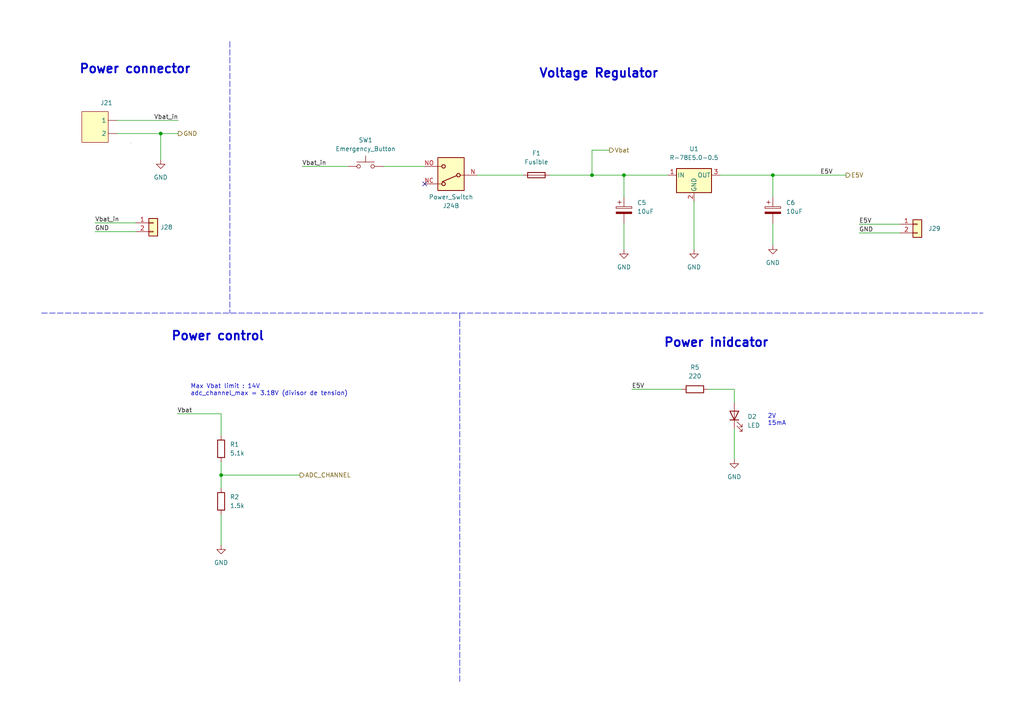
<source format=kicad_sch>
(kicad_sch (version 20211123) (generator eeschema)
  (paper "A4")
  (lib_symbols
    (symbol "Connector:XLR3_Switched" (pin_names hide)
      (property "Reference" "J" (at 0 8.89 0))
      (property "Value" "XLR3_Switched" (at 0 6.35 0))
      (symbol "XLR3_Switched_1_1"
        (circle (center -3.556 0) (radius 1.016))
        (circle (center 0 -3.556) (radius 1.016))
        (polyline (pts (xy -5.08 0) (xy -4.572 0)))
        (polyline (pts (xy 0 -5.08) (xy 0 -4.572)))
        (polyline (pts (xy 5.08 0) (xy 4.572 0)))
        (circle (center 0 0) (radius 5.08) (fill (type background)))
        (circle (center 3.556 0) (radius 1.016))
        (text "1" (at -3.556 1.778 0) (effects (font (size 1.016 1.016) bold)))
        (text "2" (at 3.556 1.778 0) (effects (font (size 1.016 1.016) bold)))
        (text "3" (at 0 -1.778 0) (effects (font (size 1.016 1.016) bold)))
        (pin passive line (at -7.62 0 0) (length 2.54) (name "~") (number "1"))
        (pin passive line (at 7.62 0 180) (length 2.54) (name "~") (number "2"))
        (pin passive line (at 0 -7.62 90) (length 2.54) (name "~") (number "3"))
      )
      (symbol "XLR3_Switched_2_1"
        (rectangle (start -3.81 4.445) (end 3.81 -5.08) (stroke (width 0.254)) (fill (type background)))
        (circle (center -2.159 0) (radius 0.508) (stroke (width 0.254)))
        (polyline (pts (xy -5.08 0) (xy -2.794 0)))
        (polyline (pts (xy -1.651 0.127) (xy 2.54 1.905)) (stroke (width 0.254)))
        (polyline (pts (xy 5.08 -2.54) (xy 2.794 -2.54)))
        (polyline (pts (xy 5.08 2.54) (xy 2.794 2.54)))
        (circle (center 2.159 -2.54) (radius 0.508) (stroke (width 0.254)))
        (circle (center 2.159 2.54) (radius 0.508) (stroke (width 0.254)))
        (pin passive line (at -7.62 0 0) (length 2.54) (name "~") (number "N"))
        (pin passive line (at 7.62 2.54 180) (length 2.54) (name "~") (number "NC"))
        (pin passive line (at 7.62 -2.54 180) (length 2.54) (name "~") (number "NO"))
      )
    )
    (symbol "Connector_Generic:Conn_01x02" (pin_names (offset 1.016) hide)
      (property "Reference" "J" (at 0 2.54 0))
      (property "Value" "Conn_01x02" (at 0 -5.08 0))
      (symbol "Conn_01x02_1_1"
        (rectangle (start -1.27 -2.413) (end 0 -2.667) (stroke (width 0.1524)))
        (rectangle (start -1.27 0.127) (end 0 -0.127) (stroke (width 0.1524)))
        (rectangle (start -1.27 1.27) (end 1.27 -3.81) (stroke (width 0.254)) (fill (type background)))
        (pin passive line (at -5.08 0 0) (length 3.81) (name "Pin_1") (number "1"))
        (pin passive line (at -5.08 -2.54 0) (length 3.81) (name "Pin_2") (number "2"))
      )
    )
    (symbol "Device:C_Polarized" (pin_numbers hide) (pin_names (offset 0.254))
      (property "Reference" "C" (at 0.635 2.54 0))
      (property "Value" "C_Polarized" (at 0.635 -2.54 0))
      (symbol "C_Polarized_0_1"
        (rectangle (start -2.286 0.508) (end 2.286 1.016))
        (polyline (pts (xy -1.778 2.286) (xy -0.762 2.286)))
        (polyline (pts (xy -1.27 2.794) (xy -1.27 1.778)))
        (rectangle (start 2.286 -0.508) (end -2.286 -1.016) (fill (type outline)))
      )
      (symbol "C_Polarized_1_1"
        (pin passive line (at 0 3.81 270) (length 2.794) (name "~") (number "1"))
        (pin passive line (at 0 -3.81 90) (length 2.794) (name "~") (number "2"))
      )
    )
    (symbol "Device:Fuse" (pin_numbers hide) (pin_names (offset 0))
      (property "Reference" "F" (at 2.032 0 90))
      (property "Value" "Fuse" (at -1.905 0 90))
      (symbol "Fuse_0_1"
        (rectangle (start -0.762 -2.54) (end 0.762 2.54) (stroke (width 0.254)))
        (polyline (pts (xy 0 2.54) (xy 0 -2.54)))
      )
      (symbol "Fuse_1_1"
        (pin passive line (at 0 3.81 270) (length 1.27) (name "~") (number "1"))
        (pin passive line (at 0 -3.81 90) (length 1.27) (name "~") (number "2"))
      )
    )
    (symbol "Device:LED" (pin_numbers hide) (pin_names (offset 1.016) hide)
      (property "Reference" "D" (at 0 2.54 0))
      (property "Value" "LED" (at 0 -2.54 0))
      (symbol "LED_0_1"
        (polyline (pts (xy -1.27 -1.27) (xy -1.27 1.27)) (stroke (width 0.254)))
        (polyline (pts (xy -1.27 0) (xy 1.27 0)))
        (polyline (pts (xy 1.27 -1.27) (xy 1.27 1.27) (xy -1.27 0) (xy 1.27 -1.27)) (stroke (width 0.254)))
        (polyline (pts (xy -3.048 -0.762) (xy -4.572 -2.286) (xy -3.81 -2.286) (xy -4.572 -2.286) (xy -4.572 -1.524)))
        (polyline (pts (xy -1.778 -0.762) (xy -3.302 -2.286) (xy -2.54 -2.286) (xy -3.302 -2.286) (xy -3.302 -1.524)))
      )
      (symbol "LED_1_1"
        (pin passive line (at -3.81 0 0) (length 2.54) (name "K") (number "1"))
        (pin passive line (at 3.81 0 180) (length 2.54) (name "A") (number "2"))
      )
    )
    (symbol "Device:R" (pin_numbers hide) (pin_names (offset 0))
      (property "Reference" "R" (at 2.032 0 90))
      (property "Value" "R" (at 0 0 90))
      (symbol "R_0_1"
        (rectangle (start -1.016 -2.54) (end 1.016 2.54) (stroke (width 0.254)))
      )
      (symbol "R_1_1"
        (pin passive line (at 0 3.81 270) (length 1.27) (name "~") (number "1"))
        (pin passive line (at 0 -3.81 90) (length 1.27) (name "~") (number "2"))
      )
    )
    (symbol "Regulator_Switching:R-78E5.0-0.5" (pin_names (offset 0.254))
      (property "Reference" "U1" (at 0 7.62 0))
      (property "Value" "R-78E5.0-0.5" (at 0 5.08 0))
      (symbol "R-78E5.0-0.5_0_1"
        (rectangle (start -5.08 1.905) (end 5.08 -5.08) (stroke (width 0.254)) (fill (type background)))
      )
      (symbol "R-78E5.0-0.5_1_1"
        (pin power_in line (at -7.62 0 0) (length 2.54) (name "IN") (number "1"))
        (pin power_in line (at 0 -7.62 90) (length 2.54) (name "GND") (number "2"))
        (pin power_out line (at 7.62 0 180) (length 2.54) (name "OUT") (number "3"))
      )
    )
    (symbol "Switch:SW_Push" (pin_numbers hide) (pin_names (offset 1.016) hide)
      (property "Reference" "SW" (at 1.27 2.54 0))
      (property "Value" "SW_Push" (at 0 -1.524 0))
      (symbol "SW_Push_0_1"
        (circle (center -2.032 0) (radius 0.508))
        (polyline (pts (xy 0 1.27) (xy 0 3.048)))
        (polyline (pts (xy 2.54 1.27) (xy -2.54 1.27)))
        (circle (center 2.032 0) (radius 0.508))
        (pin passive line (at -5.08 0 0) (length 2.54) (name "1") (number "1"))
        (pin passive line (at 5.08 0 180) (length 2.54) (name "2") (number "2"))
      )
    )
    (symbol "power:GND" (power) (pin_names (offset 0))
      (property "Value" "GND" (at 0 -3.81 0))
      (symbol "GND_0_1"
        (polyline (pts (xy 0 0) (xy 0 -1.27) (xy 1.27 -1.27) (xy 0 -2.54) (xy -1.27 -1.27) (xy 0 -1.27)))
      )
      (symbol "GND_1_1"
        (pin power_in line (at 0 0 270) (length 0) hide (name "GND") (number "1"))
      )
    )
    (symbol "tfg_library:Vbat_connector"
      (property "Reference" "J16" (at 0 3.81 0))
      (symbol "Vbat_connector_0_1"
        (rectangle (start -3.81 1.27) (end 3.81 -7.62) (fill (type background)))
        (rectangle (start 10.4175 -7.8015) (end 10.4175 -7.8015))
      )
      (symbol "Vbat_connector_1_1"
        (pin output line (at 6.35 -1.27 180) (length 2.54) (name "1") (number ""))
        (pin output line (at 6.35 -5.08 180) (length 2.54) (name "2") (number ""))
      )
    )
  )
  (junction (at 180.975 50.8))
  (junction (at 64.135 137.795))
  (junction (at 171.704 50.8))
  (junction (at 224.155 50.8))
  (junction (at 46.609 38.735))
  (no_connect (at 123.19 53.34))
  (wire (pts (xy 27.559 67.183) (xy 39.37 67.183)))
  (wire (pts (xy 138.43 50.8) (xy 151.765 50.8)))
  (wire (pts (xy 51.435 120.015) (xy 64.135 120.015)))
  (wire (pts (xy 224.155 50.8) (xy 245.364 50.8)))
  (wire (pts (xy 64.135 133.985) (xy 64.135 137.795)))
  (wire (pts (xy 64.135 137.795) (xy 86.995 137.795)))
  (wire (pts (xy 180.975 64.77) (xy 180.975 72.39)))
  (wire (pts (xy 159.385 50.8) (xy 171.704 50.8)))
  (wire (pts (xy 33.909 38.735) (xy 46.609 38.735)))
  (wire (pts (xy 183.261 112.903) (xy 197.739 112.903)))
  (polyline (pts (xy 12.065 90.805) (xy 285.115 90.805)))
  (polyline (pts (xy 66.675 12.065) (xy 66.675 90.805)))
  (wire (pts (xy 201.295 58.42) (xy 201.295 72.39)))
  (wire (pts (xy 171.704 43.561) (xy 176.784 43.561)))
  (wire (pts (xy 64.135 149.225) (xy 64.135 158.115)))
  (wire (pts (xy 33.909 34.925) (xy 51.689 34.925)))
  (wire (pts (xy 64.135 137.795) (xy 64.135 141.605)))
  (wire (pts (xy 46.609 38.735) (xy 51.689 38.735)))
  (wire (pts (xy 171.704 50.8) (xy 171.704 43.561)))
  (wire (pts (xy 224.155 50.8) (xy 224.155 57.15)))
  (wire (pts (xy 208.915 50.8) (xy 224.155 50.8)))
  (wire (pts (xy 180.975 50.8) (xy 180.975 57.15)))
  (wire (pts (xy 87.63 48.26) (xy 100.965 48.26)))
  (wire (pts (xy 27.559 64.643) (xy 39.37 64.643)))
  (wire (pts (xy 212.979 124.333) (xy 212.979 133.223)))
  (wire (pts (xy 224.155 64.77) (xy 224.155 71.12)))
  (wire (pts (xy 171.704 50.8) (xy 180.975 50.8)))
  (wire (pts (xy 205.359 112.903) (xy 212.979 112.903)))
  (wire (pts (xy 46.609 38.735) (xy 46.609 46.355)))
  (polyline (pts (xy 133.35 90.805) (xy 133.35 198.12)))
  (wire (pts (xy 111.125 48.26) (xy 123.19 48.26)))
  (wire (pts (xy 180.975 50.8) (xy 193.675 50.8)))
  (wire (pts (xy 249.174 67.564) (xy 260.985 67.564)))
  (wire (pts (xy 212.979 112.903) (xy 212.979 116.713)))
  (wire (pts (xy 249.174 65.024) (xy 260.985 65.024)))
  (wire (pts (xy 64.135 120.015) (xy 64.135 126.365)))
  (text "Max Vbat limit : 14V\nadc_channel_max = 3.18V (divisor de tension)" (at 55.245 114.935 0) (effects (font (size 1.27 1.27)) (justify left bottom)))
  (text "Voltage Regulator\n" (at 156.21 22.86 0) (effects (font (size 2.54 2.54) (thickness 0.508) bold) (justify left bottom)))
  (text "Power inidcator\n" (at 192.405 100.965 0) (effects (font (size 2.54 2.54) (thickness 0.508) bold) (justify left bottom)))
  (text "Power connector" (at 22.86 21.59 0) (effects (font (size 2.54 2.54) (thickness 0.508) bold) (justify left bottom)))
  (text "Power control\n" (at 49.53 99.06 0) (effects (font (size 2.54 2.54) (thickness 0.508) bold) (justify left bottom)))
  (text "2V\n15mA" (at 222.631 123.571 0) (effects (font (size 1.27 1.27)) (justify left bottom)))
  (label "Vbat_in" (at 27.559 64.643 0))
  (label "Vbat" (at 51.435 120.015 0))
  (label "E5V" (at 183.261 112.903 0))
  (label "Vbat_in" (at 87.63 48.26 0))
  (label "E5V" (at 241.554 50.8 180))
  (label "E5V" (at 249.174 65.024 0))
  (label "Vbat_in" (at 51.689 34.925 180))
  (label "GND" (at 249.174 67.564 0))
  (label "GND" (at 27.559 67.183 0))
  (hierarchical_label "Vbat" (shape output) (at 176.784 43.561 0))
  (hierarchical_label "GND" (shape output) (at 51.689 38.735 0))
  (hierarchical_label "ADC_CHANNEL" (shape output) (at 86.995 137.795 0))
  (hierarchical_label "E5V" (shape output) (at 245.364 50.8 0))
  (symbol (lib_id "power:GND") (at 64.135 158.115 0) (unit 1)
    (property "Reference" "#PWR0126" (effects hide))
    (property "Value" "GND" (at 64.135 163.195 0))
  )
  (symbol (lib_id "power:GND") (at 46.609 46.355 0) (unit 1)
    (property "Reference" "#PWR0125" (effects hide))
    (property "Value" "GND" (at 46.609 51.435 0))
  )
  (symbol (lib_id "Switch:SW_Push") (at 106.045 48.26 0) (unit 1)
    (property "Reference" "SW1" (at 106.045 40.64 0))
    (property "Value" "Emergency_Button" (at 106.045 43.18 0))
    (property "Footprint" "tfg_library:emergency_button" (effects hide))
  )
  (symbol (lib_id "power:GND") (at 224.155 71.12 0) (unit 1)
    (property "Reference" "#PWR0122" (effects hide))
    (property "Value" "GND" (at 224.155 76.2 0))
  )
  (symbol (lib_id "Device:R") (at 64.135 130.175 0) (unit 1)
    (property "Reference" "R1" (at 66.675 128.9049 0) (effects (justify left)))
    (property "Value" "5.1k" (at 66.675 131.4449 0) (effects (justify left)))
    (property "Footprint" "Resistor_THT:R_Axial_DIN0207_L6.3mm_D2.5mm_P10.16mm_Horizontal" (effects hide))
  )
  (symbol (lib_id "Connector_Generic:Conn_01x02") (at 44.45 64.643 0) (unit 1)
    (property "Reference" "J28" (at 46.482 65.9129 0) (effects (justify left)))
    (property "Value" "Conn_01x02" (effects hide))
    (property "Footprint" "Connector_PinSocket_2.54mm:PinSocket_1x02_P2.54mm_Vertical" (effects hide))
  )
  (symbol (lib_id "Device:C_Polarized") (at 180.975 60.96 0) (unit 1)
    (property "Reference" "C5" (at 184.785 58.8009 0) (effects (justify left)))
    (property "Value" "10uF" (at 184.785 61.3409 0) (effects (justify left)))
    (property "Footprint" "Capacitor_THT:CP_Radial_D5.0mm_P2.50mm" (effects hide))
  )
  (symbol (lib_id "tfg_library:Vbat_connector") (at 27.559 33.655 0) (unit 1)
    (property "Reference" "J21" (at 30.8627 29.845 0))
    (property "Value" "Vbat_connector" (effects hide))
    (property "Footprint" "tfg_library:BAT_connector" (effects hide))
  )
  (symbol (lib_id "power:GND") (at 201.295 72.39 0) (unit 1)
    (property "Reference" "#PWR0121" (effects hide))
    (property "Value" "GND" (at 201.295 77.47 0))
  )
  (symbol (lib_id "power:GND") (at 180.975 72.39 0) (unit 1)
    (property "Reference" "#PWR0120" (effects hide))
    (property "Value" "GND" (at 180.975 77.47 0))
  )
  (symbol (lib_id "Regulator_Switching:R-78E5.0-0.5") (at 201.295 50.8 0) (unit 1)
    (property "Reference" "U1" (at 201.295 43.18 0))
    (property "Value" "R-78E5.0-0.5" (at 201.295 45.72 0))
    (property "Footprint" "Converter_DCDC:Converter_DCDC_RECOM_R-78E-0.5_THT" (effects hide))
    (property "Datasheet" "https://www.recom-power.com/pdf/Innoline/R-78Exx-0.5.pdf" (effects hide))
  )
  (symbol (lib_id "Device:LED") (at 212.979 120.523 90) (unit 1)
    (property "Reference" "D2" (at 216.789 120.8404 90) (effects (justify right)))
    (property "Value" "LED" (at 216.789 123.3804 90) (effects (justify right)))
    (property "Footprint" "tfg_library:pwr_LED" (effects hide))
  )
  (symbol (lib_id "Connector_Generic:Conn_01x02") (at 266.065 65.024 0) (unit 1)
    (property "Reference" "J29" (at 269.24 66.2939 0) (effects (justify left)))
    (property "Value" "Conn_01x02" (effects hide))
    (property "Footprint" "Connector_PinSocket_2.54mm:PinSocket_1x02_P2.54mm_Vertical" (effects hide))
  )
  (symbol (lib_id "Device:R") (at 201.549 112.903 90) (unit 1)
    (property "Reference" "R5" (at 201.549 106.553 90))
    (property "Value" "220" (at 201.549 109.093 90))
    (property "Footprint" "Resistor_THT:R_Axial_DIN0207_L6.3mm_D2.5mm_P10.16mm_Horizontal" (effects hide))
  )
  (symbol (lib_id "Device:R") (at 64.135 145.415 0) (unit 1)
    (property "Reference" "R2" (at 66.675 144.1449 0) (effects (justify left)))
    (property "Value" "1.5k" (at 66.675 146.6849 0) (effects (justify left)))
    (property "Footprint" "Resistor_THT:R_Axial_DIN0207_L6.3mm_D2.5mm_P10.16mm_Horizontal" (effects hide))
  )
  (symbol (lib_id "Device:Fuse") (at 155.575 50.8 90) (unit 1)
    (property "Reference" "F1" (at 155.575 44.45 90))
    (property "Value" "Fusible" (at 155.575 46.99 90))
    (property "Footprint" "tfg_library:portafusible" (effects hide))
  )
  (symbol (lib_id "Device:C_Polarized") (at 224.155 60.96 0) (unit 1)
    (property "Reference" "C6" (at 227.965 58.8009 0) (effects (justify left)))
    (property "Value" "10uF" (at 227.965 61.3409 0) (effects (justify left)))
    (property "Footprint" "Capacitor_THT:CP_Radial_D5.0mm_P2.50mm" (effects hide))
  )
  (symbol (lib_id "Connector:XLR3_Switched") (at 130.81 50.8 180) (unit 2)
    (property "Reference" "J24" (at 130.81 59.69 0))
    (property "Value" "Power_Switch" (at 130.81 57.15 0))
    (property "Footprint" "Connector_PinSocket_2.54mm:PinSocket_1x02_P2.54mm_Vertical" (effects hide))
    (property "Datasheet" " ~" (effects hide))
  )
  (symbol (lib_id "power:GND") (at 212.979 133.223 0) (unit 1)
    (property "Reference" "#PWR0117" (effects hide))
    (property "Value" "GND" (at 212.979 138.303 0))
  )
)
</source>
